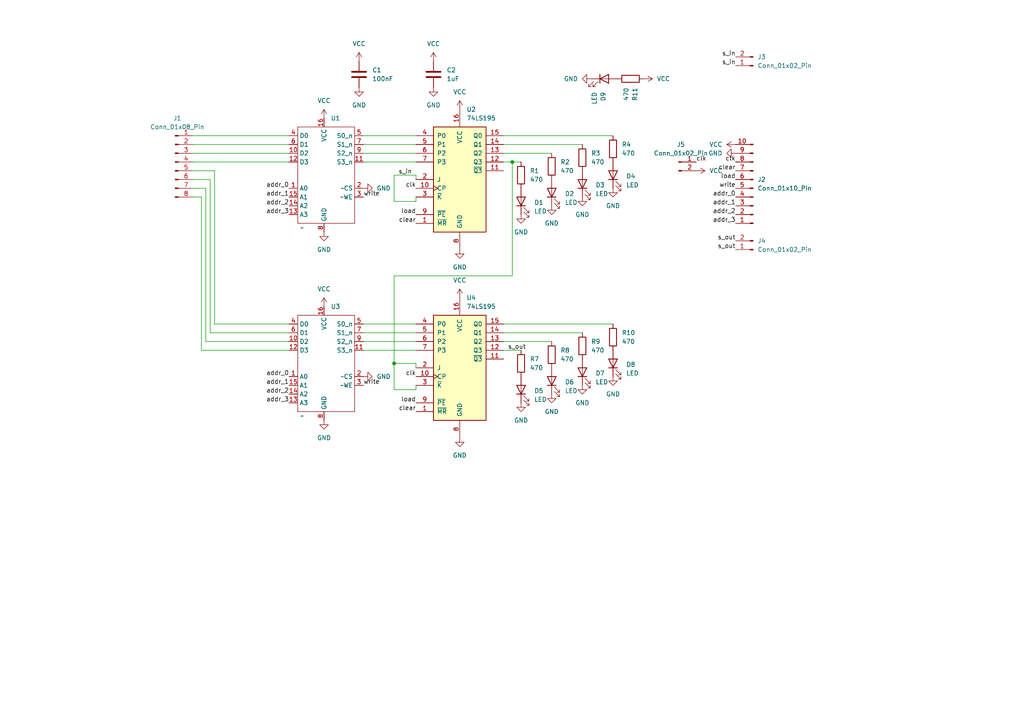
<source format=kicad_sch>
(kicad_sch (version 20230121) (generator eeschema)
  (paper "A4")
  (lib_symbols
    (symbol "74xx:74LS195" (pin_names (offset 1.016))
      (property "Reference" "U" (at -7.62 16.51 0))
      (property "Value" "74LS195" (at -7.62 -16.51 0))
      (symbol "74LS195_1_0"
        (pin input line (at -12.7 -12.7 0) (length 5.08) (name "~{MR}") (number "1"))
        (pin input clock (at -12.7 -2.54 0) (length 5.08) (name "CP") (number "10"))
        (pin output line (at 12.7 2.54 180) (length 5.08) (name "~{Q3}") (number "11"))
        (pin output line (at 12.7 5.08 180) (length 5.08) (name "Q3") (number "12"))
        (pin output line (at 12.7 7.62 180) (length 5.08) (name "Q2") (number "13"))
        (pin output line (at 12.7 10.16 180) (length 5.08) (name "Q1") (number "14"))
        (pin output line (at 12.7 12.7 180) (length 5.08) (name "Q0") (number "15"))
        (pin power_in line (at 0 20.32 270) (length 5.08) (name "VCC") (number "16"))
        (pin input line (at -12.7 0 0) (length 5.08) (name "J") (number "2"))
        (pin input line (at -12.7 -5.08 0) (length 5.08) (name "~{K}") (number "3"))
        (pin input line (at -12.7 12.7 0) (length 5.08) (name "P0") (number "4"))
        (pin input line (at -12.7 10.16 0) (length 5.08) (name "P1") (number "5"))
        (pin input line (at -12.7 7.62 0) (length 5.08) (name "P2") (number "6"))
        (pin input line (at -12.7 5.08 0) (length 5.08) (name "P3") (number "7"))
        (pin power_in line (at 0 -20.32 90) (length 5.08) (name "GND") (number "8"))
        (pin input line (at -12.7 -10.16 0) (length 5.08) (name "~{PE}") (number "9"))
      )
      (symbol "74LS195_1_1"
        (rectangle (start -7.62 15.24) (end 7.62 -15.24) (stroke (width 0.254)) (fill (type background)))
      )
    )
    (symbol "Connector:Conn_01x02_Pin" (pin_names (offset 1.016) hide)
      (property "Reference" "J" (at 0 2.54 0))
      (property "Value" "Conn_01x02_Pin" (at 0 -5.08 0))
      (symbol "Conn_01x02_Pin_1_1"
        (polyline (pts (xy 1.27 -2.54) (xy 0.8636 -2.54)) (stroke (width 0.1524)))
        (polyline (pts (xy 1.27 0) (xy 0.8636 0)) (stroke (width 0.1524)))
        (rectangle (start 0.8636 -2.413) (end 0 -2.667) (stroke (width 0.1524)) (fill (type outline)))
        (rectangle (start 0.8636 0.127) (end 0 -0.127) (stroke (width 0.1524)) (fill (type outline)))
        (pin passive line (at 5.08 0 180) (length 3.81) (name "Pin_1") (number "1"))
        (pin passive line (at 5.08 -2.54 180) (length 3.81) (name "Pin_2") (number "2"))
      )
    )
    (symbol "Connector:Conn_01x08_Pin" (pin_names (offset 1.016) hide)
      (property "Reference" "J" (at 0 10.16 0))
      (property "Value" "Conn_01x08_Pin" (at 0 -12.7 0))
      (symbol "Conn_01x08_Pin_1_1"
        (polyline (pts (xy 1.27 -10.16) (xy 0.8636 -10.16)) (stroke (width 0.1524)))
        (polyline (pts (xy 1.27 -7.62) (xy 0.8636 -7.62)) (stroke (width 0.1524)))
        (polyline (pts (xy 1.27 -5.08) (xy 0.8636 -5.08)) (stroke (width 0.1524)))
        (polyline (pts (xy 1.27 -2.54) (xy 0.8636 -2.54)) (stroke (width 0.1524)))
        (polyline (pts (xy 1.27 0) (xy 0.8636 0)) (stroke (width 0.1524)))
        (polyline (pts (xy 1.27 2.54) (xy 0.8636 2.54)) (stroke (width 0.1524)))
        (polyline (pts (xy 1.27 5.08) (xy 0.8636 5.08)) (stroke (width 0.1524)))
        (polyline (pts (xy 1.27 7.62) (xy 0.8636 7.62)) (stroke (width 0.1524)))
        (rectangle (start 0.8636 -10.033) (end 0 -10.287) (stroke (width 0.1524)) (fill (type outline)))
        (rectangle (start 0.8636 -7.493) (end 0 -7.747) (stroke (width 0.1524)) (fill (type outline)))
        (rectangle (start 0.8636 -4.953) (end 0 -5.207) (stroke (width 0.1524)) (fill (type outline)))
        (rectangle (start 0.8636 -2.413) (end 0 -2.667) (stroke (width 0.1524)) (fill (type outline)))
        (rectangle (start 0.8636 0.127) (end 0 -0.127) (stroke (width 0.1524)) (fill (type outline)))
        (rectangle (start 0.8636 2.667) (end 0 2.413) (stroke (width 0.1524)) (fill (type outline)))
        (rectangle (start 0.8636 5.207) (end 0 4.953) (stroke (width 0.1524)) (fill (type outline)))
        (rectangle (start 0.8636 7.747) (end 0 7.493) (stroke (width 0.1524)) (fill (type outline)))
        (pin passive line (at 5.08 7.62 180) (length 3.81) (name "Pin_1") (number "1"))
        (pin passive line (at 5.08 5.08 180) (length 3.81) (name "Pin_2") (number "2"))
        (pin passive line (at 5.08 2.54 180) (length 3.81) (name "Pin_3") (number "3"))
        (pin passive line (at 5.08 0 180) (length 3.81) (name "Pin_4") (number "4"))
        (pin passive line (at 5.08 -2.54 180) (length 3.81) (name "Pin_5") (number "5"))
        (pin passive line (at 5.08 -5.08 180) (length 3.81) (name "Pin_6") (number "6"))
        (pin passive line (at 5.08 -7.62 180) (length 3.81) (name "Pin_7") (number "7"))
        (pin passive line (at 5.08 -10.16 180) (length 3.81) (name "Pin_8") (number "8"))
      )
    )
    (symbol "Connector:Conn_01x10_Pin" (pin_names (offset 1.016) hide)
      (property "Reference" "J" (at 0 12.7 0))
      (property "Value" "Conn_01x10_Pin" (at 0 -15.24 0))
      (symbol "Conn_01x10_Pin_1_1"
        (polyline (pts (xy 1.27 -12.7) (xy 0.8636 -12.7)) (stroke (width 0.1524)))
        (polyline (pts (xy 1.27 -10.16) (xy 0.8636 -10.16)) (stroke (width 0.1524)))
        (polyline (pts (xy 1.27 -7.62) (xy 0.8636 -7.62)) (stroke (width 0.1524)))
        (polyline (pts (xy 1.27 -5.08) (xy 0.8636 -5.08)) (stroke (width 0.1524)))
        (polyline (pts (xy 1.27 -2.54) (xy 0.8636 -2.54)) (stroke (width 0.1524)))
        (polyline (pts (xy 1.27 0) (xy 0.8636 0)) (stroke (width 0.1524)))
        (polyline (pts (xy 1.27 2.54) (xy 0.8636 2.54)) (stroke (width 0.1524)))
        (polyline (pts (xy 1.27 5.08) (xy 0.8636 5.08)) (stroke (width 0.1524)))
        (polyline (pts (xy 1.27 7.62) (xy 0.8636 7.62)) (stroke (width 0.1524)))
        (polyline (pts (xy 1.27 10.16) (xy 0.8636 10.16)) (stroke (width 0.1524)))
        (rectangle (start 0.8636 -12.573) (end 0 -12.827) (stroke (width 0.1524)) (fill (type outline)))
        (rectangle (start 0.8636 -10.033) (end 0 -10.287) (stroke (width 0.1524)) (fill (type outline)))
        (rectangle (start 0.8636 -7.493) (end 0 -7.747) (stroke (width 0.1524)) (fill (type outline)))
        (rectangle (start 0.8636 -4.953) (end 0 -5.207) (stroke (width 0.1524)) (fill (type outline)))
        (rectangle (start 0.8636 -2.413) (end 0 -2.667) (stroke (width 0.1524)) (fill (type outline)))
        (rectangle (start 0.8636 0.127) (end 0 -0.127) (stroke (width 0.1524)) (fill (type outline)))
        (rectangle (start 0.8636 2.667) (end 0 2.413) (stroke (width 0.1524)) (fill (type outline)))
        (rectangle (start 0.8636 5.207) (end 0 4.953) (stroke (width 0.1524)) (fill (type outline)))
        (rectangle (start 0.8636 7.747) (end 0 7.493) (stroke (width 0.1524)) (fill (type outline)))
        (rectangle (start 0.8636 10.287) (end 0 10.033) (stroke (width 0.1524)) (fill (type outline)))
        (pin passive line (at 5.08 10.16 180) (length 3.81) (name "Pin_1") (number "1"))
        (pin passive line (at 5.08 -12.7 180) (length 3.81) (name "Pin_10") (number "10"))
        (pin passive line (at 5.08 7.62 180) (length 3.81) (name "Pin_2") (number "2"))
        (pin passive line (at 5.08 5.08 180) (length 3.81) (name "Pin_3") (number "3"))
        (pin passive line (at 5.08 2.54 180) (length 3.81) (name "Pin_4") (number "4"))
        (pin passive line (at 5.08 0 180) (length 3.81) (name "Pin_5") (number "5"))
        (pin passive line (at 5.08 -2.54 180) (length 3.81) (name "Pin_6") (number "6"))
        (pin passive line (at 5.08 -5.08 180) (length 3.81) (name "Pin_7") (number "7"))
        (pin passive line (at 5.08 -7.62 180) (length 3.81) (name "Pin_8") (number "8"))
        (pin passive line (at 5.08 -10.16 180) (length 3.81) (name "Pin_9") (number "9"))
      )
    )
    (symbol "Device:C" (pin_numbers hide) (pin_names (offset 0.254))
      (property "Reference" "C" (at 0.635 2.54 0))
      (property "Value" "C" (at 0.635 -2.54 0))
      (symbol "C_0_1"
        (polyline (pts (xy -2.032 -0.762) (xy 2.032 -0.762)) (stroke (width 0.508)))
        (polyline (pts (xy -2.032 0.762) (xy 2.032 0.762)) (stroke (width 0.508)))
      )
      (symbol "C_1_1"
        (pin passive line (at 0 3.81 270) (length 2.794) (name "~") (number "1"))
        (pin passive line (at 0 -3.81 90) (length 2.794) (name "~") (number "2"))
      )
    )
    (symbol "Device:LED" (pin_numbers hide) (pin_names (offset 1.016) hide)
      (property "Reference" "D" (at 0 2.54 0))
      (property "Value" "LED" (at 0 -2.54 0))
      (symbol "LED_0_1"
        (polyline (pts (xy -1.27 -1.27) (xy -1.27 1.27)) (stroke (width 0.254)))
        (polyline (pts (xy -1.27 0) (xy 1.27 0)))
        (polyline (pts (xy 1.27 -1.27) (xy 1.27 1.27) (xy -1.27 0) (xy 1.27 -1.27)) (stroke (width 0.254)))
        (polyline (pts (xy -3.048 -0.762) (xy -4.572 -2.286) (xy -3.81 -2.286) (xy -4.572 -2.286) (xy -4.572 -1.524)))
        (polyline (pts (xy -1.778 -0.762) (xy -3.302 -2.286) (xy -2.54 -2.286) (xy -3.302 -2.286) (xy -3.302 -1.524)))
      )
      (symbol "LED_1_1"
        (pin passive line (at -3.81 0 0) (length 2.54) (name "K") (number "1"))
        (pin passive line (at 3.81 0 180) (length 2.54) (name "A") (number "2"))
      )
    )
    (symbol "Device:R" (pin_numbers hide) (pin_names (offset 0))
      (property "Reference" "R" (at 2.032 0 90))
      (property "Value" "R" (at 0 0 90))
      (symbol "R_0_1"
        (rectangle (start -1.016 -2.54) (end 1.016 2.54) (stroke (width 0.254)))
      )
      (symbol "R_1_1"
        (pin passive line (at 0 3.81 270) (length 1.27) (name "~") (number "1"))
        (pin passive line (at 0 -3.81 90) (length 1.27) (name "~") (number "2"))
      )
    )
    (symbol "my parts:74ls189"
      (property "Reference" "U" (at 8.89 -1.27 0))
      (symbol "74ls189_0_1"
        (rectangle (start 0 0) (end 16.51 -27.94))
      )
      (symbol "74ls189_1_1"
        (pin input line (at -2.54 -17.78 0) (length 2.54) (name "A0") (number "1"))
        (pin input line (at -2.54 -7.62 0) (length 2.54) (name "D2") (number "10"))
        (pin output line (at 19.05 -10.16 180) (length 2.54) (name "S3_n") (number "11"))
        (pin input line (at -2.54 -10.16 0) (length 2.54) (name "D3") (number "12"))
        (pin input line (at -2.54 -25.4 0) (length 2.54) (name "A3") (number "13"))
        (pin input line (at -2.54 -22.86 0) (length 2.54) (name "A2") (number "14"))
        (pin input line (at -2.54 -20.32 0) (length 2.54) (name "A1") (number "15"))
        (pin power_in line (at 7.62 2.54 270) (length 2.54) (name "VCC") (number "16"))
        (pin input line (at 19.05 -17.78 180) (length 2.54) (name "~CS") (number "2"))
        (pin input line (at 19.05 -20.32 180) (length 2.54) (name "~WE") (number "3"))
        (pin input line (at -2.54 -2.54 0) (length 2.54) (name "D0") (number "4"))
        (pin output line (at 19.05 -2.54 180) (length 2.54) (name "S0_n") (number "5"))
        (pin input line (at -2.54 -5.08 0) (length 2.54) (name "D1") (number "6"))
        (pin output line (at 19.05 -5.08 180) (length 2.54) (name "S1_n") (number "7"))
        (pin power_out line (at 7.62 -30.48 90) (length 2.54) (name "GND") (number "8"))
        (pin output line (at 19.05 -7.62 180) (length 2.54) (name "S2_n") (number "9"))
      )
    )
    (symbol "power:GND" (power) (pin_names (offset 0))
      (property "Value" "GND" (at 0 -3.81 0))
      (symbol "GND_0_1"
        (polyline (pts (xy 0 0) (xy 0 -1.27) (xy 1.27 -1.27) (xy 0 -2.54) (xy -1.27 -1.27) (xy 0 -1.27)))
      )
      (symbol "GND_1_1"
        (pin power_in line (at 0 0 270) (length 0) hide (name "GND") (number "1"))
      )
    )
    (symbol "power:VCC" (power) (pin_names (offset 0))
      (property "Value" "VCC" (at 0 3.81 0))
      (symbol "VCC_0_1"
        (polyline (pts (xy -0.762 1.27) (xy 0 2.54)))
        (polyline (pts (xy 0 0) (xy 0 2.54)))
        (polyline (pts (xy 0 2.54) (xy 0.762 1.27)))
      )
      (symbol "VCC_1_1"
        (pin power_in line (at 0 0 90) (length 0) hide (name "VCC") (number "1"))
      )
    )
  )
  (junction (at 148.59 46.99))
  (junction (at 114.3 105.41))
  (wire (pts (xy 146.05 96.52) (xy 168.91 96.52)))
  (wire (pts (xy 148.59 46.99) (xy 151.13 46.99)))
  (wire (pts (xy 146.05 41.91) (xy 168.91 41.91)))
  (wire (pts (xy 62.23 93.98) (xy 62.23 49.53)))
  (wire (pts (xy 146.05 44.45) (xy 160.02 44.45)))
  (wire (pts (xy 58.42 57.15) (xy 58.42 101.6)))
  (wire (pts (xy 114.3 105.41) (xy 120.65 105.41)))
  (wire (pts (xy 146.05 46.99) (xy 148.59 46.99)))
  (wire (pts (xy 105.41 99.06) (xy 120.65 99.06)))
  (wire (pts (xy 83.82 93.98) (xy 62.23 93.98)))
  (wire (pts (xy 105.41 39.37) (xy 120.65 39.37)))
  (wire (pts (xy 55.88 41.91) (xy 83.82 41.91)))
  (wire (pts (xy 105.41 96.52) (xy 120.65 96.52)))
  (wire (pts (xy 146.05 101.6) (xy 151.13 101.6)))
  (wire (pts (xy 120.65 50.8) (xy 120.65 52.07)))
  (wire (pts (xy 105.41 46.99) (xy 120.65 46.99)))
  (wire (pts (xy 59.69 54.61) (xy 55.88 54.61)))
  (wire (pts (xy 146.05 39.37) (xy 177.8 39.37)))
  (wire (pts (xy 105.41 44.45) (xy 120.65 44.45)))
  (wire (pts (xy 120.65 57.15) (xy 120.65 58.42)))
  (wire (pts (xy 55.88 44.45) (xy 83.82 44.45)))
  (wire (pts (xy 114.3 58.42) (xy 120.65 58.42)))
  (wire (pts (xy 114.3 50.8) (xy 120.65 50.8)))
  (wire (pts (xy 148.59 46.99) (xy 148.59 80.01)))
  (wire (pts (xy 114.3 80.01) (xy 114.3 105.41)))
  (wire (pts (xy 105.41 101.6) (xy 120.65 101.6)))
  (wire (pts (xy 114.3 50.8) (xy 114.3 58.42)))
  (wire (pts (xy 55.88 57.15) (xy 58.42 57.15)))
  (wire (pts (xy 105.41 41.91) (xy 120.65 41.91)))
  (wire (pts (xy 146.05 93.98) (xy 177.8 93.98)))
  (wire (pts (xy 114.3 105.41) (xy 114.3 113.03)))
  (wire (pts (xy 58.42 101.6) (xy 83.82 101.6)))
  (wire (pts (xy 105.41 93.98) (xy 120.65 93.98)))
  (wire (pts (xy 60.96 52.07) (xy 60.96 96.52)))
  (wire (pts (xy 62.23 49.53) (xy 55.88 49.53)))
  (wire (pts (xy 120.65 111.76) (xy 120.65 113.03)))
  (wire (pts (xy 55.88 39.37) (xy 83.82 39.37)))
  (wire (pts (xy 148.59 80.01) (xy 114.3 80.01)))
  (wire (pts (xy 60.96 96.52) (xy 83.82 96.52)))
  (wire (pts (xy 146.05 99.06) (xy 160.02 99.06)))
  (wire (pts (xy 83.82 99.06) (xy 59.69 99.06)))
  (wire (pts (xy 55.88 52.07) (xy 60.96 52.07)))
  (wire (pts (xy 120.65 105.41) (xy 120.65 106.68)))
  (wire (pts (xy 59.69 99.06) (xy 59.69 54.61)))
  (wire (pts (xy 114.3 113.03) (xy 120.65 113.03)))
  (wire (pts (xy 55.88 46.99) (xy 83.82 46.99)))
  (label "addr_1" (at 83.82 57.15 180))
  (label "addr_0" (at 83.82 54.61 180))
  (label "load" (at 120.65 62.23 180))
  (label "clk" (at 213.36 46.99 180))
  (label "addr_2" (at 213.36 62.23 180))
  (label "addr_1" (at 83.82 111.76 180))
  (label "s_in" (at 115.57 50.8 0))
  (label "addr_2" (at 83.82 114.3 180))
  (label "clear" (at 120.65 119.38 180))
  (label "addr_3" (at 213.36 64.77 180))
  (label "clk" (at 120.65 109.22 180))
  (label "write" (at 213.36 54.61 180))
  (label "clear" (at 120.65 64.77 180))
  (label "clk" (at 120.65 54.61 180))
  (label "addr_3" (at 83.82 116.84 180))
  (label "clear" (at 213.36 49.53 180))
  (label "load" (at 213.36 52.07 180))
  (label "write" (at 105.41 111.76 0))
  (label "addr_3" (at 83.82 62.23 180))
  (label "addr_0" (at 83.82 109.22 180))
  (label "s_out" (at 213.36 72.39 180))
  (label "write" (at 105.41 57.15 0))
  (label "addr_1" (at 213.36 59.69 180))
  (label "s_in" (at 213.36 16.51 180))
  (label "s_out" (at 213.36 69.85 180))
  (label "s_out" (at 147.32 101.6 0))
  (label "load" (at 120.65 116.84 180))
  (label "addr_2" (at 83.82 59.69 180))
  (label "addr_0" (at 213.36 57.15 180))
  (label "clk" (at 201.93 46.99 0))
  (label "s_in" (at 213.36 19.05 180))
  (symbol (lib_id "Device:LED") (at 151.13 113.03 90) (unit 1)
    (property "Reference" "D5" (at 154.94 113.3475 90) (effects (justify right)))
    (property "Value" "LED" (at 154.94 115.8875 90) (effects (justify right)))
    (property "Footprint" "Resistor_SMD:R_0603_1608Metric" (effects hide))
  )
  (symbol (lib_id "power:GND") (at 93.98 121.92 0) (unit 1)
    (property "Reference" "#PWR012" (effects hide))
    (property "Value" "GND" (at 93.98 127 0))
  )
  (symbol (lib_id "Device:C") (at 125.73 21.59 0) (unit 1)
    (property "Reference" "C2" (at 129.54 20.32 0) (effects (justify left)))
    (property "Value" "1uF" (at 129.54 22.86 0) (effects (justify left)))
    (property "Footprint" "Capacitor_THT:C_Disc_D3.0mm_W2.0mm_P2.50mm" (effects hide))
  )
  (symbol (lib_id "power:GND") (at 213.36 44.45 270) (unit 1)
    (property "Reference" "#PWR022" (effects hide))
    (property "Value" "GND" (at 209.55 44.45 90) (effects (justify right)))
  )
  (symbol (lib_id "power:VCC") (at 133.35 86.36 0) (unit 1)
    (property "Reference" "#PWR015" (effects hide))
    (property "Value" "VCC" (at 133.35 81.28 0))
  )
  (symbol (lib_id "power:GND") (at 168.91 111.76 0) (unit 1)
    (property "Reference" "#PWR019" (effects hide))
    (property "Value" "GND" (at 168.91 116.84 0))
  )
  (symbol (lib_id "power:GND") (at 105.41 54.61 90) (unit 1)
    (property "Reference" "#PWR07" (effects hide))
    (property "Value" "GND" (at 109.22 54.61 90) (effects (justify right)))
  )
  (symbol (lib_id "power:VCC") (at 93.98 88.9 0) (unit 1)
    (property "Reference" "#PWR011" (effects hide))
    (property "Value" "VCC" (at 93.98 83.82 0))
  )
  (symbol (lib_id "Connector:Conn_01x02_Pin") (at 218.44 19.05 180) (unit 1)
    (property "Reference" "J3" (at 219.71 16.51 0) (effects (justify right)))
    (property "Value" "Conn_01x02_Pin" (at 219.71 19.05 0) (effects (justify right)))
    (property "Footprint" "Connector_PinHeader_2.54mm:PinHeader_1x02_P2.54mm_Vertical" (effects hide))
  )
  (symbol (lib_id "power:GND") (at 171.45 22.86 270) (unit 1)
    (property "Reference" "#PWR026" (effects hide))
    (property "Value" "GND" (at 167.64 22.86 90) (effects (justify right)))
  )
  (symbol (lib_id "Connector:Conn_01x10_Pin") (at 218.44 54.61 180) (unit 1)
    (property "Reference" "J2" (at 219.71 52.07 0) (effects (justify right)))
    (property "Value" "Conn_01x10_Pin" (at 219.71 54.61 0) (effects (justify right)))
    (property "Footprint" "Connector_PinHeader_2.54mm:PinHeader_1x10_P2.54mm_Vertical" (effects hide))
  )
  (symbol (lib_id "74xx:74LS195") (at 133.35 106.68 0) (unit 1)
    (property "Reference" "U4" (at 135.3059 86.36 0) (effects (justify left)))
    (property "Value" "74LS195" (at 135.3059 88.9 0) (effects (justify left)))
    (property "Footprint" "Package_DIP:DIP-16_W7.62mm" (effects hide))
    (property "Datasheet" "http://www.ti.com/lit/gpn/sn74LS195" (effects hide))
  )
  (symbol (lib_id "power:VCC") (at 93.98 34.29 0) (unit 1)
    (property "Reference" "#PWR08" (effects hide))
    (property "Value" "VCC" (at 93.98 29.21 0))
  )
  (symbol (lib_id "Device:R") (at 151.13 50.8 0) (unit 1)
    (property "Reference" "R1" (at 153.67 49.53 0) (effects (justify left)))
    (property "Value" "470" (at 153.67 52.07 0) (effects (justify left)))
    (property "Footprint" "Resistor_SMD:R_0603_1608Metric" (effects hide))
  )
  (symbol (lib_id "power:VCC") (at 125.73 17.78 0) (unit 1)
    (property "Reference" "#PWR010" (effects hide))
    (property "Value" "VCC" (at 125.73 12.7 0))
  )
  (symbol (lib_id "Device:LED") (at 160.02 110.49 90) (unit 1)
    (property "Reference" "D6" (at 163.83 110.8075 90) (effects (justify right)))
    (property "Value" "LED" (at 163.83 113.3475 90) (effects (justify right)))
    (property "Footprint" "Resistor_SMD:R_0603_1608Metric" (effects hide))
  )
  (symbol (lib_id "power:GND") (at 125.73 25.4 0) (unit 1)
    (property "Reference" "#PWR024" (effects hide))
    (property "Value" "GND" (at 125.73 30.48 0))
  )
  (symbol (lib_id "Device:LED") (at 177.8 50.8 90) (unit 1)
    (property "Reference" "D4" (at 181.61 51.1175 90) (effects (justify right)))
    (property "Value" "LED" (at 181.61 53.6575 90) (effects (justify right)))
    (property "Footprint" "Resistor_SMD:R_0603_1608Metric" (effects hide))
  )
  (symbol (lib_id "power:VCC") (at 186.69 22.86 270) (unit 1)
    (property "Reference" "#PWR025" (effects hide))
    (property "Value" "VCC" (at 190.5 22.86 90) (effects (justify left)))
  )
  (symbol (lib_id "Device:LED") (at 160.02 55.88 90) (unit 1)
    (property "Reference" "D2" (at 163.83 56.1975 90) (effects (justify right)))
    (property "Value" "LED" (at 163.83 58.7375 90) (effects (justify right)))
    (property "Footprint" "Resistor_SMD:R_0603_1608Metric" (effects hide))
  )
  (symbol (lib_id "power:VCC") (at 213.36 41.91 90) (unit 1)
    (property "Reference" "#PWR021" (effects hide))
    (property "Value" "VCC" (at 209.55 41.91 90) (effects (justify left)))
  )
  (symbol (lib_id "Device:R") (at 151.13 105.41 0) (unit 1)
    (property "Reference" "R7" (at 153.67 104.14 0) (effects (justify left)))
    (property "Value" "470" (at 153.67 106.68 0) (effects (justify left)))
    (property "Footprint" "Resistor_SMD:R_0603_1608Metric" (effects hide))
  )
  (symbol (lib_id "power:GND") (at 177.8 54.61 0) (unit 1)
    (property "Reference" "#PWR04" (effects hide))
    (property "Value" "GND" (at 177.8 59.69 0))
  )
  (symbol (lib_id "Device:LED") (at 175.26 22.86 0) (unit 1)
    (property "Reference" "D9" (at 174.9425 26.67 90) (effects (justify right)))
    (property "Value" "LED" (at 172.4025 26.67 90) (effects (justify right)))
    (property "Footprint" "Resistor_SMD:R_0603_1608Metric" (effects hide))
  )
  (symbol (lib_id "power:GND") (at 160.02 59.69 0) (unit 1)
    (property "Reference" "#PWR02" (effects hide))
    (property "Value" "GND" (at 160.02 64.77 0))
  )
  (symbol (lib_id "power:GND") (at 105.41 109.22 90) (unit 1)
    (property "Reference" "#PWR013" (effects hide))
    (property "Value" "GND" (at 109.22 109.22 90) (effects (justify right)))
  )
  (symbol (lib_id "Device:LED") (at 168.91 53.34 90) (unit 1)
    (property "Reference" "D3" (at 172.72 53.6575 90) (effects (justify right)))
    (property "Value" "LED" (at 172.72 56.1975 90) (effects (justify right)))
    (property "Footprint" "Resistor_SMD:R_0603_1608Metric" (effects hide))
  )
  (symbol (lib_id "power:GND") (at 93.98 67.31 0) (unit 1)
    (property "Reference" "#PWR06" (effects hide))
    (property "Value" "GND" (at 93.98 72.39 0))
  )
  (symbol (lib_id "Connector:Conn_01x08_Pin") (at 50.8 46.99 0) (unit 1)
    (property "Reference" "J1" (at 51.435 34.29 0))
    (property "Value" "Conn_01x08_Pin" (at 51.435 36.83 0))
    (property "Footprint" "Connector_PinHeader_2.54mm:PinHeader_1x08_P2.54mm_Vertical" (effects hide))
  )
  (symbol (lib_id "Device:R") (at 160.02 48.26 0) (unit 1)
    (property "Reference" "R2" (at 162.56 46.99 0) (effects (justify left)))
    (property "Value" "470" (at 162.56 49.53 0) (effects (justify left)))
    (property "Footprint" "Resistor_SMD:R_0603_1608Metric" (effects hide))
  )
  (symbol (lib_id "power:VCC") (at 104.14 17.78 0) (unit 1)
    (property "Reference" "#PWR014" (effects hide))
    (property "Value" "VCC" (at 104.14 12.7 0))
  )
  (symbol (lib_id "Device:R") (at 177.8 43.18 0) (unit 1)
    (property "Reference" "R4" (at 180.34 41.91 0) (effects (justify left)))
    (property "Value" "470" (at 180.34 44.45 0) (effects (justify left)))
    (property "Footprint" "Resistor_SMD:R_0603_1608Metric" (effects hide))
  )
  (symbol (lib_id "power:GND") (at 151.13 62.23 0) (unit 1)
    (property "Reference" "#PWR01" (effects hide))
    (property "Value" "GND" (at 151.13 67.31 0))
  )
  (symbol (lib_id "Device:R") (at 182.88 22.86 270) (unit 1)
    (property "Reference" "R11" (at 184.15 25.4 0) (effects (justify left)))
    (property "Value" "470" (at 181.61 25.4 0) (effects (justify left)))
    (property "Footprint" "Resistor_SMD:R_0603_1608Metric" (effects hide))
  )
  (symbol (lib_id "power:GND") (at 168.91 57.15 0) (unit 1)
    (property "Reference" "#PWR03" (effects hide))
    (property "Value" "GND" (at 168.91 62.23 0))
  )
  (symbol (lib_id "Device:R") (at 177.8 97.79 0) (unit 1)
    (property "Reference" "R10" (at 180.34 96.52 0) (effects (justify left)))
    (property "Value" "470" (at 180.34 99.06 0) (effects (justify left)))
    (property "Footprint" "Resistor_SMD:R_0603_1608Metric" (effects hide))
  )
  (symbol (lib_id "power:GND") (at 133.35 127 0) (unit 1)
    (property "Reference" "#PWR016" (effects hide))
    (property "Value" "GND" (at 133.35 132.08 0))
  )
  (symbol (lib_id "Device:LED") (at 177.8 105.41 90) (unit 1)
    (property "Reference" "D8" (at 181.61 105.7275 90) (effects (justify right)))
    (property "Value" "LED" (at 181.61 108.2675 90) (effects (justify right)))
    (property "Footprint" "Resistor_SMD:R_0603_1608Metric" (effects hide))
  )
  (symbol (lib_id "74xx:74LS195") (at 133.35 52.07 0) (unit 1)
    (property "Reference" "U2" (at 135.3059 31.75 0) (effects (justify left)))
    (property "Value" "74LS195" (at 135.3059 34.29 0) (effects (justify left)))
    (property "Footprint" "Package_DIP:DIP-16_W7.62mm" (effects hide))
    (property "Datasheet" "http://www.ti.com/lit/gpn/sn74LS195" (effects hide))
  )
  (symbol (lib_id "power:VCC") (at 201.93 49.53 270) (unit 1)
    (property "Reference" "#PWR027" (effects hide))
    (property "Value" "VCC" (at 205.74 49.53 90) (effects (justify left)))
  )
  (symbol (lib_id "power:VCC") (at 133.35 31.75 0) (unit 1)
    (property "Reference" "#PWR09" (effects hide))
    (property "Value" "VCC" (at 133.35 26.67 0))
  )
  (symbol (lib_id "Device:R") (at 160.02 102.87 0) (unit 1)
    (property "Reference" "R8" (at 162.56 101.6 0) (effects (justify left)))
    (property "Value" "470" (at 162.56 104.14 0) (effects (justify left)))
    (property "Footprint" "Resistor_SMD:R_0603_1608Metric" (effects hide))
  )
  (symbol (lib_id "Device:R") (at 168.91 45.72 0) (unit 1)
    (property "Reference" "R3" (at 171.45 44.45 0) (effects (justify left)))
    (property "Value" "470" (at 171.45 46.99 0) (effects (justify left)))
    (property "Footprint" "Resistor_SMD:R_0603_1608Metric" (effects hide))
  )
  (symbol (lib_id "power:GND") (at 133.35 72.39 0) (unit 1)
    (property "Reference" "#PWR05" (effects hide))
    (property "Value" "GND" (at 133.35 77.47 0))
  )
  (symbol (lib_id "Device:R") (at 168.91 100.33 0) (unit 1)
    (property "Reference" "R9" (at 171.45 99.06 0) (effects (justify left)))
    (property "Value" "470" (at 171.45 101.6 0) (effects (justify left)))
    (property "Footprint" "Resistor_SMD:R_0603_1608Metric" (effects hide))
  )
  (symbol (lib_id "Device:C") (at 104.14 21.59 0) (unit 1)
    (property "Reference" "C1" (at 107.95 20.32 0) (effects (justify left)))
    (property "Value" "100nF" (at 107.95 22.86 0) (effects (justify left)))
    (property "Footprint" "Capacitor_THT:C_Disc_D3.0mm_W2.0mm_P2.50mm" (effects hide))
  )
  (symbol (lib_id "power:GND") (at 160.02 114.3 0) (unit 1)
    (property "Reference" "#PWR018" (effects hide))
    (property "Value" "GND" (at 160.02 119.38 0))
  )
  (symbol (lib_id "my parts:74ls189") (at 86.36 91.44 0) (unit 1)
    (property "Reference" "U3" (at 95.9359 88.9 0) (effects (justify left)))
    (property "Value" "~" (at 87.63 120.65 0))
    (property "Footprint" "Package_DIP:DIP-16_W7.62mm" (effects hide))
  )
  (symbol (lib_id "Connector:Conn_01x02_Pin") (at 218.44 72.39 180) (unit 1)
    (property "Reference" "J4" (at 219.71 69.85 0) (effects (justify right)))
    (property "Value" "Conn_01x02_Pin" (at 219.71 72.39 0) (effects (justify right)))
    (property "Footprint" "Connector_PinHeader_2.54mm:PinHeader_1x02_P2.54mm_Vertical" (effects hide))
  )
  (symbol (lib_id "my parts:74ls189") (at 86.36 36.83 0) (unit 1)
    (property "Reference" "U1" (at 95.9359 34.29 0) (effects (justify left)))
    (property "Value" "~" (at 87.63 66.04 0))
    (property "Footprint" "Package_DIP:DIP-16_W7.62mm" (effects hide))
  )
  (symbol (lib_id "power:GND") (at 151.13 116.84 0) (unit 1)
    (property "Reference" "#PWR017" (effects hide))
    (property "Value" "GND" (at 151.13 121.92 0))
  )
  (symbol (lib_id "Device:LED") (at 151.13 58.42 90) (unit 1)
    (property "Reference" "D1" (at 154.94 58.7375 90) (effects (justify right)))
    (property "Value" "LED" (at 154.94 61.2775 90) (effects (justify right)))
    (property "Footprint" "Resistor_SMD:R_0603_1608Metric" (effects hide))
  )
  (symbol (lib_id "Connector:Conn_01x02_Pin") (at 196.85 46.99 0) (unit 1)
    (property "Reference" "J5" (at 197.485 41.91 0))
    (property "Value" "Conn_01x02_Pin" (at 197.485 44.45 0))
    (property "Footprint" "Connector_PinHeader_2.54mm:PinHeader_1x02_P2.54mm_Vertical" (effects hide))
  )
  (symbol (lib_id "power:GND") (at 104.14 25.4 0) (unit 1)
    (property "Reference" "#PWR023" (effects hide))
    (property "Value" "GND" (at 104.14 30.48 0))
  )
  (symbol (lib_id "power:GND") (at 177.8 109.22 0) (unit 1)
    (property "Reference" "#PWR020" (effects hide))
    (property "Value" "GND" (at 177.8 114.3 0))
  )
  (symbol (lib_id "Device:LED") (at 168.91 107.95 90) (unit 1)
    (property "Reference" "D7" (at 172.72 108.2675 90) (effects (justify right)))
    (property "Value" "LED" (at 172.72 110.8075 90) (effects (justify right)))
    (property "Footprint" "Resistor_SMD:R_0603_1608Metric" (effects hide))
  )
)
</source>
